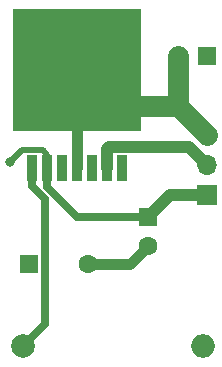
<source format=gbr>
%TF.GenerationSoftware,KiCad,Pcbnew,7.0.1*%
%TF.CreationDate,2023-04-27T19:12:44-07:00*%
%TF.ProjectId,LM2670SX-3.3,4c4d3236-3730-4535-982d-332e332e6b69,rev?*%
%TF.SameCoordinates,Original*%
%TF.FileFunction,Copper,L1,Top*%
%TF.FilePolarity,Positive*%
%FSLAX46Y46*%
G04 Gerber Fmt 4.6, Leading zero omitted, Abs format (unit mm)*
G04 Created by KiCad (PCBNEW 7.0.1) date 2023-04-27 19:12:44*
%MOMM*%
%LPD*%
G01*
G04 APERTURE LIST*
%TA.AperFunction,ComponentPad*%
%ADD10R,1.700000X1.700000*%
%TD*%
%TA.AperFunction,ComponentPad*%
%ADD11O,1.700000X1.700000*%
%TD*%
%TA.AperFunction,ComponentPad*%
%ADD12R,1.600000X1.600000*%
%TD*%
%TA.AperFunction,ComponentPad*%
%ADD13C,1.600000*%
%TD*%
%TA.AperFunction,ComponentPad*%
%ADD14C,2.000000*%
%TD*%
%TA.AperFunction,ComponentPad*%
%ADD15O,2.000000X2.000000*%
%TD*%
%TA.AperFunction,SMDPad,CuDef*%
%ADD16R,0.910000X2.160000*%
%TD*%
%TA.AperFunction,SMDPad,CuDef*%
%ADD17R,10.800000X10.410000*%
%TD*%
%TA.AperFunction,ViaPad*%
%ADD18C,0.800000*%
%TD*%
%TA.AperFunction,Conductor*%
%ADD19C,0.635000*%
%TD*%
%TA.AperFunction,Conductor*%
%ADD20C,1.016000*%
%TD*%
%TA.AperFunction,Conductor*%
%ADD21C,0.508000*%
%TD*%
%TA.AperFunction,Conductor*%
%ADD22C,1.778000*%
%TD*%
%TA.AperFunction,Conductor*%
%ADD23C,0.889000*%
%TD*%
G04 APERTURE END LIST*
D10*
%TO.P,J1,1,Pin_1*%
%TO.N,+VDC*%
X188747700Y-101470200D03*
D11*
%TO.P,J1,2,Pin_2*%
%TO.N,+3V3*%
X188747700Y-98930200D03*
%TO.P,J1,3,Pin_3*%
%TO.N,GND*%
X188747700Y-96390200D03*
%TD*%
D12*
%TO.P,C2,1*%
%TO.N,+VDC*%
X183796514Y-103293055D03*
D13*
%TO.P,C2,2*%
%TO.N,GND*%
X183796514Y-105793055D03*
%TD*%
D12*
%TO.P,C1,1*%
%TO.N,+VDC*%
X188788945Y-89705684D03*
D13*
%TO.P,C1,2*%
%TO.N,GND*%
X186288945Y-89705684D03*
%TD*%
D12*
%TO.P,C5,1*%
%TO.N,+3V3*%
X173687637Y-107336169D03*
D13*
%TO.P,C5,2*%
%TO.N,GND*%
X178687637Y-107336169D03*
%TD*%
D14*
%TO.P,L1,1,1*%
%TO.N,Net-(IC1-SWITCH_OUTPUT)*%
X173209934Y-114285576D03*
D15*
%TO.P,L1,2,2*%
%TO.N,+3V3*%
X188449934Y-114285576D03*
%TD*%
D16*
%TO.P,IC1,1,SWITCH_OUTPUT*%
%TO.N,Net-(IC1-SWITCH_OUTPUT)*%
X173990000Y-99210000D03*
%TO.P,IC1,2,INPUT*%
%TO.N,+VDC*%
X175260000Y-99210000D03*
%TO.P,IC1,3,CBOOST/CB*%
%TO.N,Net-(IC1-CBOOST{slash}CB)*%
X176530000Y-99210000D03*
%TO.P,IC1,4,GND*%
%TO.N,GND*%
X177800000Y-99210000D03*
%TO.P,IC1,5,SYNC*%
%TO.N,Net-(IC1-SYNC)*%
X179070000Y-99210000D03*
%TO.P,IC1,6,FEEDBACK/FB*%
%TO.N,+3V3*%
X180340000Y-99210000D03*
%TO.P,IC1,7,ON/~{OFF}*%
%TO.N,unconnected-(IC1-ON{slash}~{OFF}-Pad7)*%
X181610000Y-99210000D03*
D17*
%TO.P,IC1,8,EP*%
%TO.N,GND*%
X177800000Y-90890000D03*
%TD*%
D18*
%TO.N,+VDC*%
X172100988Y-98684801D03*
%TO.N,GND*%
X177800000Y-99210000D03*
%TO.N,Net-(IC1-CBOOST{slash}CB)*%
X176530000Y-99210000D03*
%TO.N,Net-(IC1-SWITCH_OUTPUT)*%
X173990000Y-99210000D03*
%TO.N,Net-(IC1-SYNC)*%
X179070000Y-99210000D03*
%TD*%
D19*
%TO.N,+VDC*%
X175260000Y-100798000D02*
X177755055Y-103293055D01*
D20*
X185619369Y-101470200D02*
X183796514Y-103293055D01*
D21*
X174899000Y-97676000D02*
X173109789Y-97676000D01*
D20*
X188747700Y-101470200D02*
X185619369Y-101470200D01*
D19*
X175260000Y-99210000D02*
X175260000Y-100798000D01*
X177755055Y-103293055D02*
X183796514Y-103293055D01*
D21*
X175260000Y-99210000D02*
X175260000Y-98037000D01*
X175260000Y-98037000D02*
X174899000Y-97676000D01*
X173109789Y-97676000D02*
X172100988Y-98684801D01*
D22*
%TO.N,GND*%
X186288945Y-89705684D02*
X186288945Y-93931445D01*
D23*
X177800000Y-99210000D02*
X177800000Y-90890000D01*
X178687637Y-107336169D02*
X182253400Y-107336169D01*
X182253400Y-107336169D02*
X183796514Y-105793055D01*
D22*
X186288945Y-93931445D02*
X180841445Y-93931445D01*
X186288945Y-93931445D02*
X188747700Y-96390200D01*
D19*
%TO.N,Net-(IC1-SWITCH_OUTPUT)*%
X175068637Y-101787505D02*
X173990000Y-100708868D01*
X173209934Y-114285576D02*
X175068637Y-112426873D01*
X173990000Y-100708868D02*
X173990000Y-99210000D01*
X175068637Y-112426873D02*
X175068637Y-101787505D01*
D20*
%TO.N,+3V3*%
X180340000Y-97529000D02*
X180447000Y-97422000D01*
X180340000Y-99210000D02*
X180340000Y-97529000D01*
X180447000Y-97422000D02*
X187239500Y-97422000D01*
X187239500Y-97422000D02*
X188747700Y-98930200D01*
%TD*%
M02*

</source>
